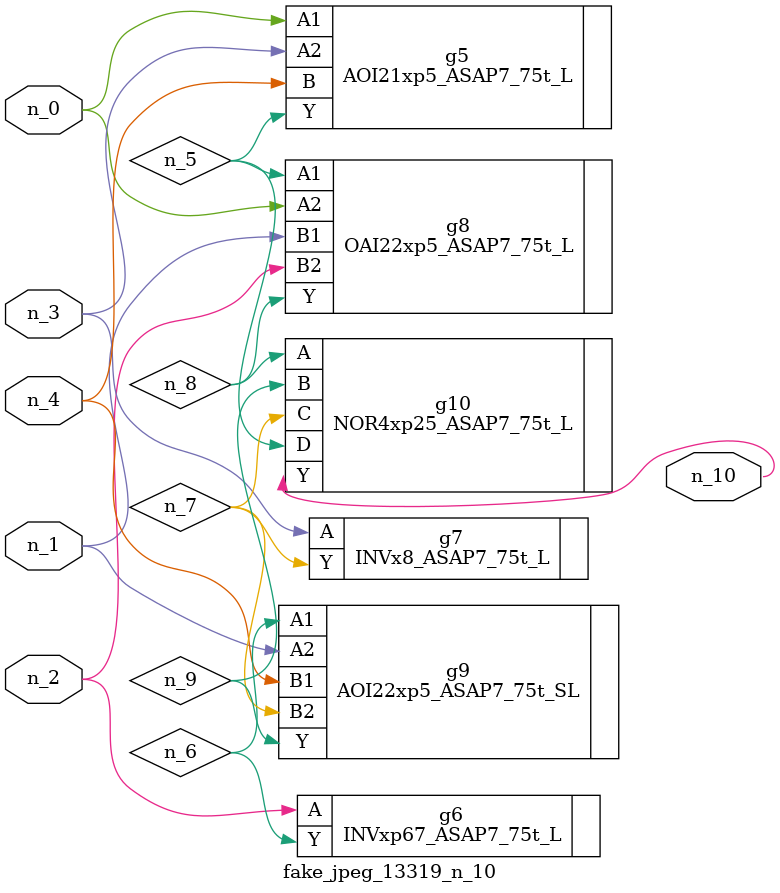
<source format=v>
module fake_jpeg_13319_n_10 (n_3, n_2, n_1, n_0, n_4, n_10);

input n_3;
input n_2;
input n_1;
input n_0;
input n_4;

output n_10;

wire n_8;
wire n_9;
wire n_6;
wire n_5;
wire n_7;

AOI21xp5_ASAP7_75t_L g5 ( 
.A1(n_0),
.A2(n_3),
.B(n_4),
.Y(n_5)
);

INVxp67_ASAP7_75t_L g6 ( 
.A(n_2),
.Y(n_6)
);

INVx8_ASAP7_75t_L g7 ( 
.A(n_3),
.Y(n_7)
);

OAI22xp5_ASAP7_75t_L g8 ( 
.A1(n_5),
.A2(n_0),
.B1(n_1),
.B2(n_2),
.Y(n_8)
);

NOR4xp25_ASAP7_75t_L g10 ( 
.A(n_8),
.B(n_9),
.C(n_7),
.D(n_5),
.Y(n_10)
);

AOI22xp5_ASAP7_75t_SL g9 ( 
.A1(n_6),
.A2(n_1),
.B1(n_4),
.B2(n_7),
.Y(n_9)
);


endmodule
</source>
